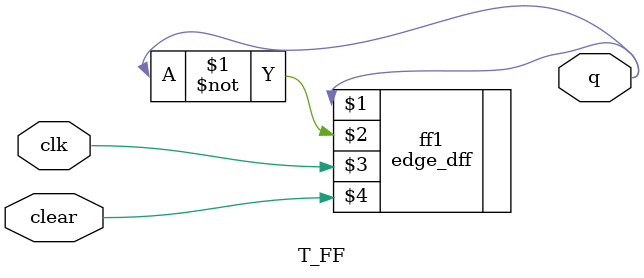
<source format=v>
module counter(q , clock , clear );
	output [3:0] q ;
	input clear , clock ;
	T_FF tff0(q[0] , clock , clear );
	T_FF tff1(q[1] , q[0] , clear );
	T_FF tff2(q[2] , q[1] , clear );
	T_FF tff3(q[3] , q[2] , clear );
endmodule 

module T_FF(q , clk , clear) ;
	output q ;
	input clk , clear ;

	edge_dff ff1(q , ~q , clk,clear );

endmodule 

</source>
